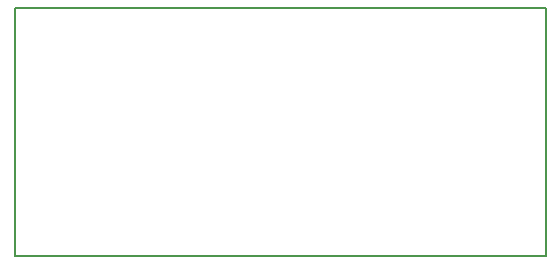
<source format=gko>
G04 Layer_Color=16711935*
%FSAX44Y44*%
%MOMM*%
G71*
G01*
G75*
%ADD28C,0.2000*%
D28*
X00000000Y00000000D02*
Y00210000D01*
Y00000000D02*
X00450000D01*
Y00210000D01*
X00000000D02*
X00450000D01*
M02*

</source>
